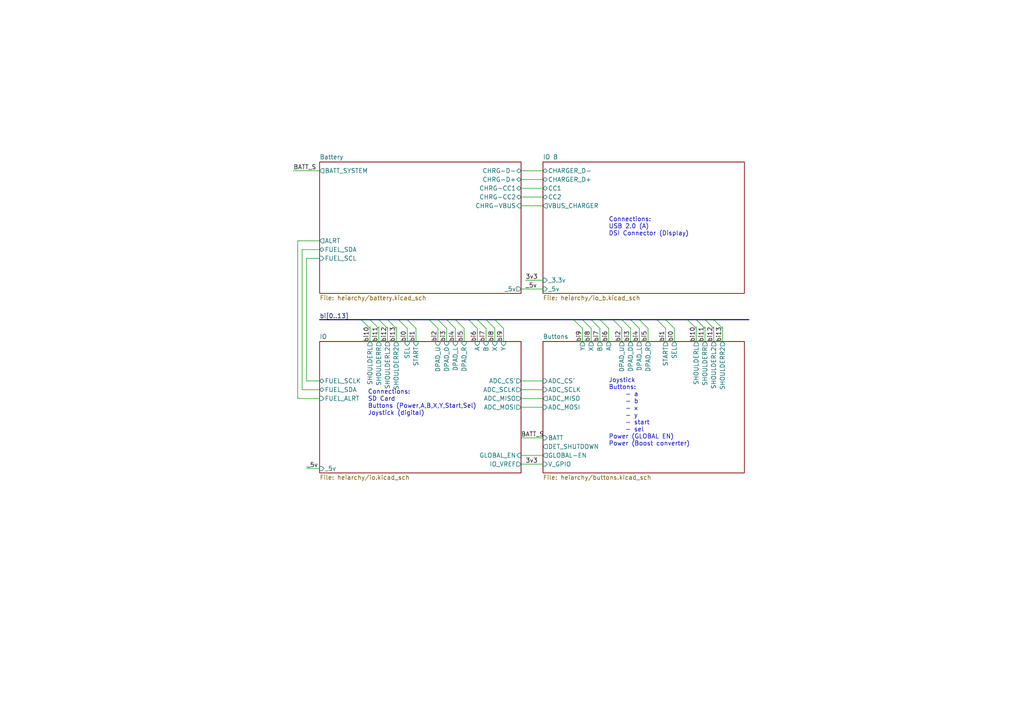
<source format=kicad_sch>
(kicad_sch (version 20211123) (generator eeschema)
  (paper "A4")
  (title_block (title "Cm4 battery carrier") (date "2022-05-14") (rev "Rev1") (comment 1 "https://github.com/cinnamondev/gamepithing"))
  (lib_symbols)
  (bus_entry (at 107.315 92.71) (size 2.54 2.54))
  (bus_entry (at 112.395 92.71) (size 2.54 2.54))
  (bus_entry (at 182.88 92.71) (size 2.54 2.54))
  (bus_entry (at 132.08 92.71) (size 2.54 2.54))
  (bus_entry (at 118.11 92.71) (size 2.54 2.54))
  (bus_entry (at 185.42 92.71) (size 2.54 2.54))
  (bus_entry (at 204.47 92.71) (size 2.54 2.54))
  (bus_entry (at 201.93 92.71) (size 2.54 2.54))
  (bus_entry (at 207.01 92.71) (size 2.54 2.54))
  (bus_entry (at 140.97 92.71) (size 2.54 2.54))
  (bus_entry (at 143.51 92.71) (size 2.54 2.54))
  (bus_entry (at 129.54 92.71) (size 2.54 2.54))
  (bus_entry (at 168.91 92.71) (size 2.54 2.54))
  (bus_entry (at 109.855 92.71) (size 2.54 2.54))
  (bus_entry (at 124.46 92.71) (size 2.54 2.54))
  (bus_entry (at 166.37 92.71) (size 2.54 2.54))
  (bus_entry (at 190.5 92.71) (size 2.54 2.54))
  (bus_entry (at 138.43 92.71) (size 2.54 2.54))
  (bus_entry (at 173.99 92.71) (size 2.54 2.54))
  (bus_entry (at 180.34 92.71) (size 2.54 2.54))
  (bus_entry (at 171.45 92.71) (size 2.54 2.54))
  (bus_entry (at 104.775 92.71) (size 2.54 2.54))
  (bus_entry (at 177.8 92.71) (size 2.54 2.54))
  (bus_entry (at 115.57 92.71) (size 2.54 2.54))
  (bus_entry (at 127 92.71) (size 2.54 2.54))
  (bus_entry (at 135.89 92.71) (size 2.54 2.54))
  (bus_entry (at 199.39 92.71) (size 2.54 2.54))
  (bus_entry (at 193.04 92.71) (size 2.54 2.54))
  (bus (pts (xy 168.91 92.71) (xy 171.45 92.71)))
  (bus (pts (xy 143.51 92.71) (xy 166.37 92.71)))
  (wire (pts (xy 193.04 95.25) (xy 193.04 99.06)))
  (bus (pts (xy 207.01 92.71) (xy 217.17 92.71)))
  (wire (pts (xy 152.4 81.28) (xy 157.48 81.28)))
  (wire (pts (xy 151.13 49.53) (xy 157.48 49.53)))
  (bus (pts (xy 135.89 92.71) (xy 138.43 92.71)))
  (bus (pts (xy 124.46 92.71) (xy 127 92.71)))
  (wire (pts (xy 92.71 72.39) (xy 87.63 72.39)))
  (wire (pts (xy 151.13 132.08) (xy 157.48 132.08)))
  (wire (pts (xy 86.36 115.57) (xy 86.36 69.85)))
  (wire (pts (xy 107.315 94.742) (xy 107.315 95.25)))
  (wire (pts (xy 151.13 127) (xy 157.48 127)))
  (wire (pts (xy 151.13 113.03) (xy 157.48 113.03)))
  (wire (pts (xy 132.08 95.25) (xy 132.08 99.06)))
  (wire (pts (xy 87.63 72.39) (xy 87.63 113.03)))
  (wire (pts (xy 127 95.25) (xy 127 99.06)))
  (wire (pts (xy 112.395 94.742) (xy 112.395 95.25)))
  (bus (pts (xy 92.71 92.71) (xy 104.775 92.71)))
  (wire (pts (xy 146.05 95.25) (xy 146.05 99.06)))
  (wire (pts (xy 151.13 110.49) (xy 157.48 110.49)))
  (wire (pts (xy 88.9 135.89) (xy 92.71 135.89)))
  (bus (pts (xy 171.45 92.71) (xy 173.99 92.71)))
  (wire (pts (xy 88.9 110.49) (xy 88.9 74.93)))
  (wire (pts (xy 207.01 94.742) (xy 207.01 95.25)))
  (bus (pts (xy 112.395 92.71) (xy 115.57 92.71)))
  (bus (pts (xy 190.5 92.71) (xy 193.04 92.71)))
  (wire (pts (xy 112.395 95.25) (xy 112.395 99.06)))
  (wire (pts (xy 201.93 94.742) (xy 201.93 95.25)))
  (wire (pts (xy 151.13 57.15) (xy 157.48 57.15)))
  (bus (pts (xy 104.775 92.71) (xy 107.315 92.71)))
  (bus (pts (xy 193.04 92.71) (xy 199.39 92.71)))
  (wire (pts (xy 151.13 59.69) (xy 157.48 59.69)))
  (bus (pts (xy 199.39 92.71) (xy 201.93 92.71)))
  (wire (pts (xy 138.43 95.25) (xy 138.43 99.06)))
  (wire (pts (xy 195.58 95.25) (xy 195.58 99.06)))
  (wire (pts (xy 114.935 95.25) (xy 114.935 99.06)))
  (bus (pts (xy 138.43 92.71) (xy 140.97 92.71)))
  (wire (pts (xy 107.315 95.25) (xy 107.315 99.06)))
  (bus (pts (xy 166.37 92.71) (xy 168.91 92.71)))
  (bus (pts (xy 177.8 92.71) (xy 180.34 92.71)))
  (wire (pts (xy 151.13 52.07) (xy 157.48 52.07)))
  (wire (pts (xy 187.96 95.25) (xy 187.96 99.06)))
  (wire (pts (xy 118.11 95.25) (xy 118.11 99.06)))
  (wire (pts (xy 151.13 115.57) (xy 157.48 115.57)))
  (bus (pts (xy 109.855 92.71) (xy 112.395 92.71)))
  (wire (pts (xy 114.935 94.742) (xy 114.935 95.25)))
  (wire (pts (xy 134.62 95.25) (xy 134.62 99.06)))
  (wire (pts (xy 151.13 54.61) (xy 157.48 54.61)))
  (wire (pts (xy 92.71 115.57) (xy 86.36 115.57)))
  (wire (pts (xy 173.99 95.25) (xy 173.99 99.06)))
  (wire (pts (xy 109.855 94.742) (xy 109.855 95.25)))
  (wire (pts (xy 88.9 74.93) (xy 92.71 74.93)))
  (wire (pts (xy 86.36 69.85) (xy 92.71 69.85)))
  (bus (pts (xy 173.99 92.71) (xy 177.8 92.71)))
  (bus (pts (xy 107.315 92.71) (xy 109.855 92.71)))
  (wire (pts (xy 87.63 113.03) (xy 92.71 113.03)))
  (wire (pts (xy 204.47 94.742) (xy 204.47 95.25)))
  (bus (pts (xy 129.54 92.71) (xy 132.08 92.71)))
  (wire (pts (xy 180.34 95.25) (xy 180.34 99.06)))
  (wire (pts (xy 129.54 95.25) (xy 129.54 99.06)))
  (bus (pts (xy 201.93 92.71) (xy 204.47 92.71)))
  (bus (pts (xy 115.57 92.71) (xy 118.11 92.71)))
  (wire (pts (xy 120.65 95.25) (xy 120.65 99.06)))
  (wire (pts (xy 207.01 95.25) (xy 207.01 99.06)))
  (wire (pts (xy 182.88 95.25) (xy 182.88 99.06)))
  (wire (pts (xy 151.13 118.11) (xy 157.48 118.11)))
  (bus (pts (xy 140.97 92.71) (xy 143.51 92.71)))
  (bus (pts (xy 185.42 92.71) (xy 190.5 92.71)))
  (bus (pts (xy 132.08 92.71) (xy 135.89 92.71)))
  (bus (pts (xy 204.47 92.71) (xy 207.01 92.71)))
  (wire (pts (xy 171.45 95.25) (xy 171.45 99.06)))
  (wire (pts (xy 201.93 95.25) (xy 201.93 99.06)))
  (wire (pts (xy 109.855 95.25) (xy 109.855 99.06)))
  (wire (pts (xy 140.97 95.25) (xy 140.97 99.06)))
  (wire (pts (xy 204.47 95.25) (xy 204.47 99.06)))
  (wire (pts (xy 185.42 95.25) (xy 185.42 99.06)))
  (wire (pts (xy 168.91 95.25) (xy 168.91 99.06)))
  (bus (pts (xy 180.34 92.71) (xy 182.88 92.71)))
  (wire (pts (xy 157.48 134.62) (xy 151.13 134.62)))
  (wire (pts (xy 143.51 95.25) (xy 143.51 99.06)))
  (bus (pts (xy 127 92.71) (xy 129.54 92.71)))
  (wire (pts (xy 151.13 83.82) (xy 157.48 83.82)))
  (wire (pts (xy 209.55 95.25) (xy 209.55 99.06)))
  (wire (pts (xy 85.09 49.53) (xy 92.71 49.53)))
  (wire (pts (xy 176.53 95.25) (xy 176.53 99.06)))
  (wire (pts (xy 209.55 94.742) (xy 209.55 95.25)))
  (bus (pts (xy 182.88 92.71) (xy 185.42 92.71)))
  (wire (pts (xy 92.71 110.49) (xy 88.9 110.49)))
  (bus (pts (xy 118.11 92.71) (xy 124.46 92.71)))
  (text "Joystick\nButtons:\n	- a\n	- b\n	- x\n	- y \n	- start\n	- sel\nPower (GLOBAL EN)\nPower (Boost converter)" (at 176.53 129.54 0) (effects (font (size 1.27 1.27)) (justify left bottom)))
  (text "Connections:\nUSB 2.0 (A)\nDSI Connector (Display)\n" (at 176.53 68.58 0) (effects (font (size 1.27 1.27)) (justify left bottom)))
  (text "Connections:\nSD Card\nButtons (Power,A,B,X,Y,Start,Sel)\nJoystick (digital)\n" (at 106.68 120.65 0) (effects (font (size 1.27 1.27)) (justify left bottom)))
  (label "bi2" (at 180.34 99.06 90))
  (label "3v3" (at 152.4 134.62 0))
  (label "bi12" (at 207.01 94.742 270))
  (label "bi10" (at 201.93 94.742 270))
  (label "bi1" (at 120.65 99.06 90))
  (label "bi13" (at 209.55 94.742 270))
  (label "BATT_S" (at 85.09 49.53 0))
  (label "bi2" (at 127 99.06 90))
  (label "bi9" (at 168.91 99.06 90))
  (label "bi4" (at 185.42 99.06 90))
  (label "_5v" (at 152.4 83.82 0))
  (label "3v3" (at 152.4 81.28 0))
  (label "bi0" (at 195.58 99.06 90))
  (label "bi[0..13]" (at 92.71 92.71 0))
  (label "bi8" (at 143.51 99.06 90))
  (label "bi6" (at 176.53 99.06 90))
  (label "bi11" (at 204.47 94.742 270))
  (label "bi5" (at 134.62 99.06 90))
  (label "bi5" (at 187.96 99.06 90))
  (label "bi7" (at 140.97 99.06 90))
  (label "bi0" (at 118.11 99.06 90))
  (label "bi8" (at 171.45 99.06 90))
  (label "bi11" (at 109.855 94.742 270))
  (label "bi3" (at 129.54 99.06 90))
  (label "_5v" (at 88.9 135.89 0))
  (label "BATT_S" (at 151.13 127 0))
  (label "bi9" (at 146.05 99.06 90))
  (label "bi10" (at 107.315 94.742 270))
  (label "bi4" (at 132.08 99.06 90))
  (label "bi7" (at 173.99 99.06 90))
  (label "bi13" (at 114.935 94.742 270))
  (label "bi12" (at 112.395 94.742 270))
  (label "bi3" (at 182.88 99.06 90))
  (label "bi6" (at 138.43 99.06 90))
  (label "bi1" (at 193.04 99.06 90))
  (sheet (at 92.71 99.06) (size 58.42 38.1) (stroke (width 0.1524))
    (property "Sheet name" "IO" (at 92.71 98.3484 0) (effects (justify left bottom)))
    (property "Sheet file" "heiarchy/io.kicad_sch" (at 92.71 137.7446 0) (effects (justify left top)))
    (pin "_5v" input (at 92.71 135.89 180))
    (pin "IO_VREF" output (at 151.13 134.62 0))
    (pin "GLOBAL_EN" input (at 151.13 132.08 0))
    (pin "ADC_SCLK" output (at 151.13 113.03 0))
    (pin "ADC_MISO" output (at 151.13 115.57 0))
    (pin "ADC_CS'" output (at 151.13 110.49 0))
    (pin "X" input (at 143.51 99.06 90))
    (pin "B" input (at 140.97 99.06 90))
    (pin "A" input (at 138.43 99.06 90))
    (pin "SEL" input (at 118.11 99.06 90))
    (pin "Y" input (at 146.05 99.06 90))
    (pin "START" input (at 120.65 99.06 90))
    (pin "ADC_MOSI" output (at 151.13 118.11 0))
    (pin "DPAD_L" input (at 132.08 99.06 90))
    (pin "DPAD_U" input (at 127 99.06 90))
    (pin "DPAD_D" input (at 129.54 99.06 90))
    (pin "DPAD_R" input (at 134.62 99.06 90))
    (pin "FUEL_SDA" bidirectional (at 92.71 113.03 180))
    (pin "FUEL_SCLK" bidirectional (at 92.71 110.49 180))
    (pin "FUEL_ALRT" input (at 92.71 115.57 180))
    (pin "SHOULDERR" output (at 109.855 99.06 90))
    (pin "SHOULDERR2" output (at 114.935 99.06 90))
    (pin "SHOULDERL2" output (at 112.395 99.06 90))
    (pin "SHOULDERL" output (at 107.315 99.06 90))
  )
  (sheet (at 92.71 46.99) (size 58.42 38.1) (stroke (width 0.1524))
    (property "Sheet name" "Battery" (at 92.71 46.2784 0) (effects (justify left bottom)))
    (property "Sheet file" "heiarchy/battery.kicad_sch" (at 92.71 85.6746 0) (effects (justify left top)))
    (pin "CHRG-D-" bidirectional (at 151.13 49.53 0))
    (pin "CHRG-D+" bidirectional (at 151.13 52.07 0))
    (pin "CHRG-CC1" bidirectional (at 151.13 54.61 0))
    (pin "CHRG-CC2" bidirectional (at 151.13 57.15 0))
    (pin "CHRG-VBUS" input (at 151.13 59.69 0))
    (pin "_5v" output (at 151.13 83.82 0))
    (pin "ALRT" output (at 92.71 69.85 180))
    (pin "FUEL_SDA" bidirectional (at 92.71 72.39 180))
    (pin "FUEL_SCL" input (at 92.71 74.93 180))
    (pin "BATT_SYSTEM" output (at 92.71 49.53 180))
  )
  (sheet (at 157.48 46.99) (size 58.42 38.1) (stroke (width 0.1524))
    (property "Sheet name" "IO B" (at 157.48 46.2784 0) (effects (justify left bottom)))
    (property "Sheet file" "heiarchy/io_b.kicad_sch" (at 157.48 85.6746 0) (effects (justify left top)))
    (pin "VBUS_CHARGER" output (at 157.48 59.69 180))
    (pin "_5v" input (at 157.48 83.82 180))
    (pin "CC1" bidirectional (at 157.48 54.61 180))
    (pin "CC2" bidirectional (at 157.48 57.15 180))
    (pin "CHARGER_D-" bidirectional (at 157.48 49.53 180))
    (pin "CHARGER_D+" bidirectional (at 157.48 52.07 180))
    (pin "_3.3v" input (at 157.48 81.28 180))
  )
  (sheet (at 157.48 99.06) (size 58.42 38.1) (stroke (width 0.1524))
    (property "Sheet name" "Buttons" (at 157.48 98.3484 0) (effects (justify left bottom)))
    (property "Sheet file" "heiarchy/buttons.kicad_sch" (at 157.48 137.7446 0) (effects (justify left top)))
    (pin "GLOBAL-EN" output (at 157.48 132.08 180))
    (pin "V_GPIO" input (at 157.48 134.62 180))
    (pin "B" output (at 173.99 99.06 90))
    (pin "DPAD_R" output (at 187.96 99.06 90))
    (pin "ADC_SCLK" input (at 157.48 113.03 180))
    (pin "ADC_MISO" output (at 157.48 115.57 180))
    (pin "ADC_CS'" input (at 157.48 110.49 180))
    (pin "ADC_MOSI" input (at 157.48 118.11 180))
    (pin "A" output (at 176.53 99.06 90))
    (pin "Y" output (at 168.91 99.06 90))
    (pin "X" output (at 171.45 99.06 90))
    (pin "DPAD_L" output (at 185.42 99.06 90))
    (pin "START" output (at 193.04 99.06 90))
    (pin "SEL" output (at 195.58 99.06 90))
    (pin "DET_SHUTDOWN" output (at 157.48 129.54 180))
    (pin "DPAD_D" output (at 182.88 99.06 90))
    (pin "DPAD_U" output (at 180.34 99.06 90))
    (pin "BATT" input (at 157.48 127 180))
    (pin "SHOULDERL" output (at 201.93 99.06 90))
    (pin "SHOULDERR" output (at 204.47 99.06 90))
    (pin "SHOULDERL2" output (at 207.01 99.06 90))
    (pin "SHOULDERR2" output (at 209.55 99.06 90))
  )
)
</source>
